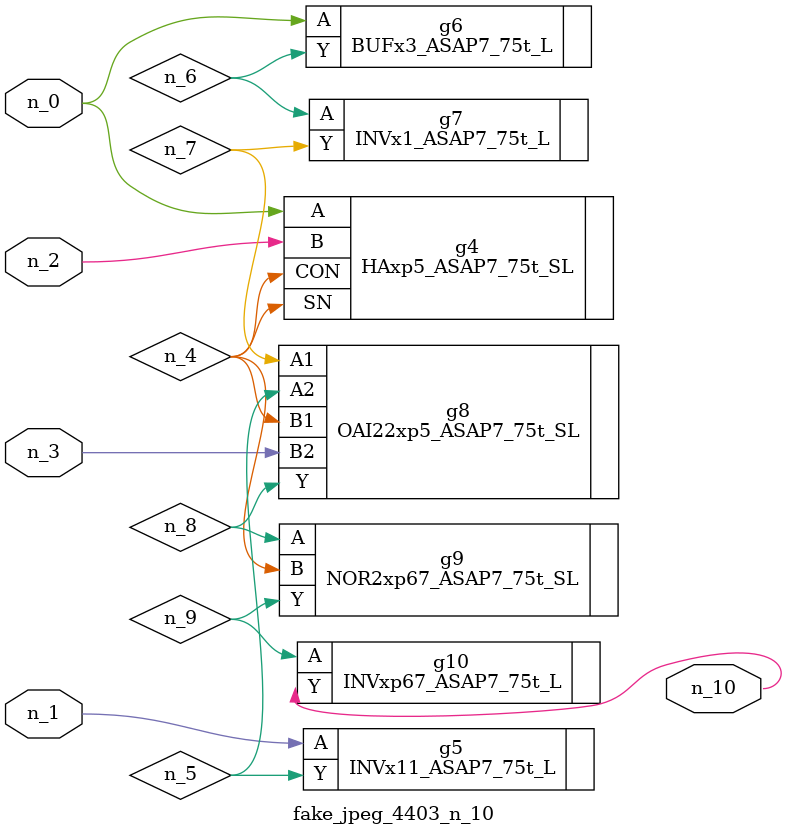
<source format=v>
module fake_jpeg_4403_n_10 (n_0, n_3, n_2, n_1, n_10);

input n_0;
input n_3;
input n_2;
input n_1;

output n_10;

wire n_4;
wire n_8;
wire n_9;
wire n_6;
wire n_5;
wire n_7;

HAxp5_ASAP7_75t_SL g4 ( 
.A(n_0),
.B(n_2),
.CON(n_4),
.SN(n_4)
);

INVx11_ASAP7_75t_L g5 ( 
.A(n_1),
.Y(n_5)
);

BUFx3_ASAP7_75t_L g6 ( 
.A(n_0),
.Y(n_6)
);

INVx1_ASAP7_75t_L g7 ( 
.A(n_6),
.Y(n_7)
);

OAI22xp5_ASAP7_75t_SL g8 ( 
.A1(n_7),
.A2(n_5),
.B1(n_4),
.B2(n_3),
.Y(n_8)
);

NOR2xp67_ASAP7_75t_SL g9 ( 
.A(n_8),
.B(n_4),
.Y(n_9)
);

INVxp67_ASAP7_75t_L g10 ( 
.A(n_9),
.Y(n_10)
);


endmodule
</source>
